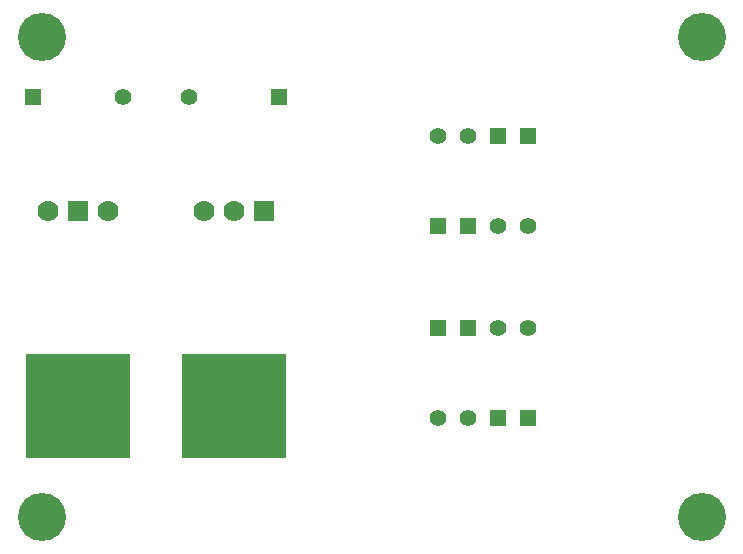
<source format=gbs>
G04 (created by PCBNEW (2013-07-07 BZR 4022)-stable) date 10/7/2014 12:40:21 PM*
%MOIN*%
G04 Gerber Fmt 3.4, Leading zero omitted, Abs format*
%FSLAX34Y34*%
G01*
G70*
G90*
G04 APERTURE LIST*
%ADD10C,0.00590551*%
%ADD11R,0.055X0.055*%
%ADD12C,0.055*%
%ADD13C,0.07*%
%ADD14R,0.07X0.07*%
%ADD15R,0.35X0.35*%
%ADD16C,0.16*%
G04 APERTURE END LIST*
G54D10*
G54D11*
X38200Y-16700D03*
G54D12*
X38200Y-19700D03*
G54D11*
X32900Y-9000D03*
G54D12*
X29900Y-9000D03*
G54D11*
X38200Y-13300D03*
G54D12*
X38200Y-10300D03*
G54D11*
X41200Y-10300D03*
G54D12*
X41200Y-13300D03*
G54D11*
X39200Y-13300D03*
G54D12*
X39200Y-10300D03*
G54D11*
X40200Y-10300D03*
G54D12*
X40200Y-13300D03*
G54D11*
X24700Y-9000D03*
G54D12*
X27700Y-9000D03*
G54D11*
X41200Y-19700D03*
G54D12*
X41200Y-16700D03*
G54D11*
X40200Y-19700D03*
G54D12*
X40200Y-16700D03*
G54D11*
X39200Y-16700D03*
G54D12*
X39200Y-19700D03*
G54D13*
X30400Y-12800D03*
G54D14*
X32400Y-12800D03*
G54D13*
X31400Y-12800D03*
G54D15*
X31400Y-19300D03*
X26200Y-19300D03*
G54D13*
X27200Y-12800D03*
G54D14*
X26200Y-12800D03*
G54D13*
X25200Y-12800D03*
G54D16*
X47000Y-23000D03*
X25000Y-23000D03*
X25000Y-7000D03*
X47000Y-7000D03*
M02*

</source>
